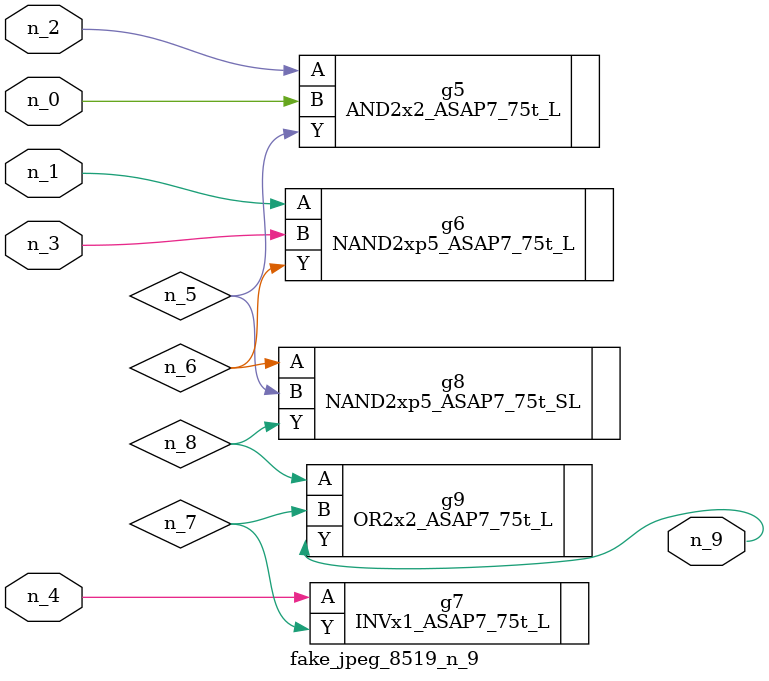
<source format=v>
module fake_jpeg_8519_n_9 (n_3, n_2, n_1, n_0, n_4, n_9);

input n_3;
input n_2;
input n_1;
input n_0;
input n_4;

output n_9;

wire n_8;
wire n_6;
wire n_5;
wire n_7;

AND2x2_ASAP7_75t_L g5 ( 
.A(n_2),
.B(n_0),
.Y(n_5)
);

NAND2xp5_ASAP7_75t_L g6 ( 
.A(n_1),
.B(n_3),
.Y(n_6)
);

INVx1_ASAP7_75t_L g7 ( 
.A(n_4),
.Y(n_7)
);

NAND2xp5_ASAP7_75t_SL g8 ( 
.A(n_6),
.B(n_5),
.Y(n_8)
);

OR2x2_ASAP7_75t_L g9 ( 
.A(n_8),
.B(n_7),
.Y(n_9)
);


endmodule
</source>
